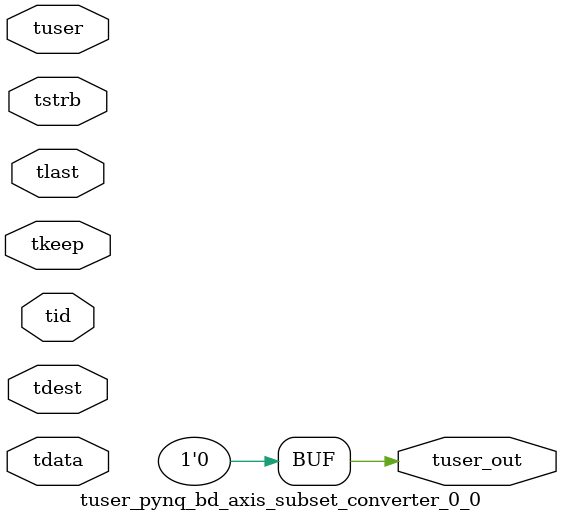
<source format=v>


`timescale 1ps/1ps

module tuser_pynq_bd_axis_subset_converter_0_0 #
(
parameter C_S_AXIS_TUSER_WIDTH = 1,
parameter C_S_AXIS_TDATA_WIDTH = 32,
parameter C_S_AXIS_TID_WIDTH   = 0,
parameter C_S_AXIS_TDEST_WIDTH = 0,
parameter C_M_AXIS_TUSER_WIDTH = 1
)
(
input  [(C_S_AXIS_TUSER_WIDTH == 0 ? 1 : C_S_AXIS_TUSER_WIDTH)-1:0     ] tuser,
input  [(C_S_AXIS_TDATA_WIDTH == 0 ? 1 : C_S_AXIS_TDATA_WIDTH)-1:0     ] tdata,
input  [(C_S_AXIS_TID_WIDTH   == 0 ? 1 : C_S_AXIS_TID_WIDTH)-1:0       ] tid,
input  [(C_S_AXIS_TDEST_WIDTH == 0 ? 1 : C_S_AXIS_TDEST_WIDTH)-1:0     ] tdest,
input  [(C_S_AXIS_TDATA_WIDTH/8)-1:0 ] tkeep,
input  [(C_S_AXIS_TDATA_WIDTH/8)-1:0 ] tstrb,
input                                                                    tlast,
output [C_M_AXIS_TUSER_WIDTH-1:0] tuser_out
);

assign tuser_out = {1'b0};

endmodule


</source>
